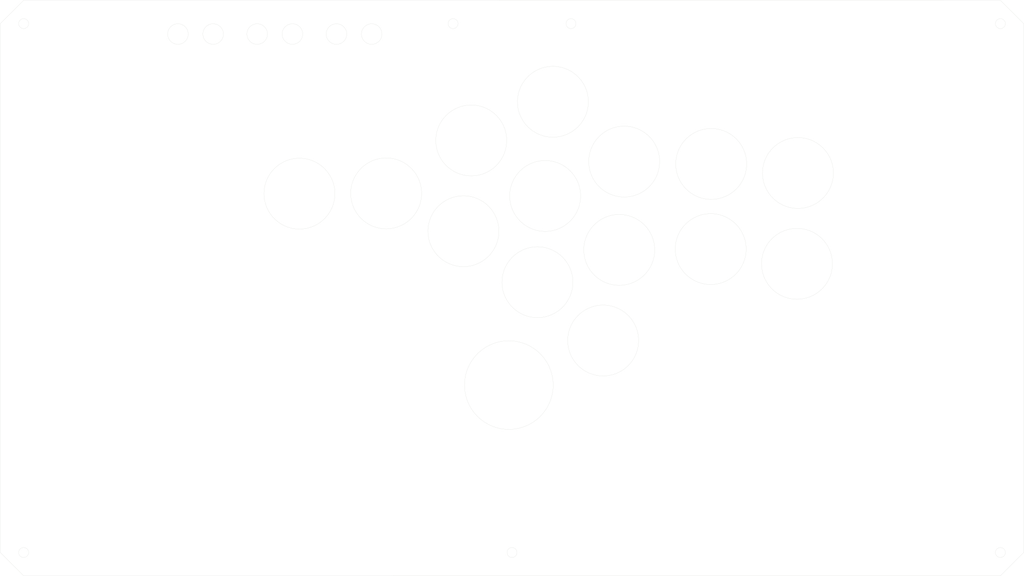
<source format=kicad_pcb>
(kicad_pcb
	(version 20240108)
	(generator "pcbnew")
	(generator_version "8.0")
	(general
		(thickness 1.6)
		(legacy_teardrops no)
	)
	(paper "A3")
	(layers
		(0 "F.Cu" signal)
		(31 "B.Cu" signal)
		(32 "B.Adhes" user "B.Adhesive")
		(33 "F.Adhes" user "F.Adhesive")
		(34 "B.Paste" user)
		(35 "F.Paste" user)
		(36 "B.SilkS" user "B.Silkscreen")
		(37 "F.SilkS" user "F.Silkscreen")
		(38 "B.Mask" user)
		(39 "F.Mask" user)
		(40 "Dwgs.User" user "User.Drawings")
		(41 "Cmts.User" user "User.Comments")
		(42 "Eco1.User" user "User.Eco1")
		(43 "Eco2.User" user "User.Eco2")
		(44 "Edge.Cuts" user)
		(45 "Margin" user)
		(46 "B.CrtYd" user "B.Courtyard")
		(47 "F.CrtYd" user "F.Courtyard")
		(48 "B.Fab" user)
		(49 "F.Fab" user)
		(50 "User.1" user)
		(51 "User.2" user)
		(52 "User.3" user)
		(53 "User.4" user)
		(54 "User.5" user)
		(55 "User.6" user)
		(56 "User.7" user)
		(57 "User.8" user)
		(58 "User.9" user)
	)
	(setup
		(pad_to_mask_clearance 0)
		(allow_soldermask_bridges_in_footprints no)
		(pcbplotparams
			(layerselection 0x00010fc_ffffffff)
			(plot_on_all_layers_selection 0x0000000_00000000)
			(disableapertmacros no)
			(usegerberextensions no)
			(usegerberattributes yes)
			(usegerberadvancedattributes yes)
			(creategerberjobfile yes)
			(dashed_line_dash_ratio 12.000000)
			(dashed_line_gap_ratio 3.000000)
			(svgprecision 4)
			(plotframeref no)
			(viasonmask no)
			(mode 1)
			(useauxorigin no)
			(hpglpennumber 1)
			(hpglpenspeed 20)
			(hpglpendiameter 15.000000)
			(pdf_front_fp_property_popups yes)
			(pdf_back_fp_property_popups yes)
			(dxfpolygonmode yes)
			(dxfimperialunits yes)
			(dxfusepcbnewfont yes)
			(psnegative no)
			(psa4output no)
			(plotreference yes)
			(plotvalue yes)
			(plotfptext yes)
			(plotinvisibletext no)
			(sketchpadsonfab no)
			(subtractmaskfromsilk no)
			(outputformat 1)
			(mirror no)
			(drillshape 1)
			(scaleselection 1)
			(outputdirectory "")
		)
	)
	(net 0 "")
	(gr_circle
		(center 135.696567 102.467784)
		(end 147.771567 102.467784)
		(stroke
			(width 0.2)
			(type default)
		)
		(fill none)
		(layer "Dwgs.User")
		(uuid "01f955bb-7e28-419e-9d99-9c9195667065")
	)
	(gr_line
		(start 374.449933 232.753868)
		(end 41.749428 232.749792)
		(stroke
			(width 0.2)
			(type default)
		)
		(layer "Dwgs.User")
		(uuid "08588fa8-84ae-4dae-9146-f99cd4fcb071")
	)
	(gr_circle
		(center 194.21857 84.332999)
		(end 206.29357 84.332999)
		(stroke
			(width 0.2)
			(type default)
		)
		(fill none)
		(layer "Dwgs.User")
		(uuid "0a638189-f81e-4926-b6e9-58495d47ba66")
	)
	(gr_circle
		(center 305.16494 126.386635)
		(end 317.23994 126.386635)
		(stroke
			(width 0.2)
			(type default)
		)
		(fill none)
		(layer "Dwgs.User")
		(uuid "0b30058a-986a-4206-bb2b-e663da17b162")
	)
	(gr_circle
		(center 216.766087 132.657283)
		(end 228.841087 132.657283)
		(stroke
			(width 0.2)
			(type default)
		)
		(fill none)
		(layer "Dwgs.User")
		(uuid "0cdcee3b-6c7e-496f-ac28-cbb6d78b75e3")
	)
	(gr_circle
		(center 275.777939 121.365808)
		(end 287.852939 121.365808)
		(stroke
			(width 0.2)
			(type default)
		)
		(fill none)
		(layer "Dwgs.User")
		(uuid "12c0c65f-eb2b-4e26-bd16-62dddcee0ba7")
	)
	(gr_circle
		(center 305.494179 95.432267)
		(end 317.569179 95.432267)
		(stroke
			(width 0.2)
			(type default)
		)
		(fill none)
		(layer "Dwgs.User")
		(uuid "19e2fa59-f8ee-4a9f-9f0c-561bb7ed83bd")
	)
	(gr_circle
		(center 106.305927 48.052201)
		(end 109.805927 48.052201)
		(stroke
			(width 0.2)
			(type default)
		)
		(fill none)
		(layer "Dwgs.User")
		(uuid "22bcf819-6660-4977-b97b-6824a2f613e8")
	)
	(gr_circle
		(center 305.16494 126.386635)
		(end 317.23994 126.386635)
		(stroke
			(width 0.2)
			(type default)
		)
		(fill none)
		(layer "Dwgs.User")
		(uuid "2a627473-57c1-4aee-96d7-e67f0b9a142e")
	)
	(gr_circle
		(center 239.145444 152.538953)
		(end 251.220444 152.538953)
		(stroke
			(width 0.2)
			(type default)
		)
		(fill none)
		(layer "Dwgs.User")
		(uuid "2cf0f7ba-6f12-4ebc-8d3e-86b93fb81405")
	)
	(gr_line
		(start 41.75606 36.550036)
		(end 374.456565 36.561193)
		(stroke
			(width 0.2)
			(type default)
		)
		(layer "Dwgs.User")
		(uuid "2dac9874-9529-4834-94f5-d1dc573c46a6")
	)
	(gr_circle
		(center 165.236624 102.379018)
		(end 177.311624 102.379018)
		(stroke
			(width 0.2)
			(type default)
		)
		(fill none)
		(layer "Dwgs.User")
		(uuid "2e41efe7-3b86-44f8-b220-9640c08a246d")
	)
	(gr_circle
		(center 165.236624 102.379018)
		(end 177.311624 102.379018)
		(stroke
			(width 0.2)
			(type default)
		)
		(fill none)
		(layer "Dwgs.User")
		(uuid "2fa6bf47-a5d1-4374-800e-7f5c216b83f6")
	)
	(gr_circle
		(center 207.023932 167.727963)
		(end 222.123932 167.727963)
		(stroke
			(width 0.2)
			(type default)
		)
		(fill none)
		(layer "Dwgs.User")
		(uuid "30e93c2b-5325-4204-ac58-78a2aa8be9fd")
	)
	(gr_circle
		(center 135.696567 102.467784)
		(end 147.771567 102.467784)
		(stroke
			(width 0.2)
			(type default)
		)
		(fill none)
		(layer "Dwgs.User")
		(uuid "385ea41a-f6b2-4261-a311-bf0c843b2292")
	)
	(gr_circle
		(center 222.031153 71.143526)
		(end 234.106153 71.143526)
		(stroke
			(width 0.2)
			(type default)
		)
		(fill none)
		(layer "Dwgs.User")
		(uuid "3b9335ce-ee6c-4ac9-b729-d223a66bee4c")
	)
	(gr_circle
		(center 41.75606 44.499517)
		(end 43.45606 44.499517)
		(stroke
			(width 0.2)
			(type default)
		)
		(fill none)
		(layer "Dwgs.User")
		(uuid "3cf22370-f5ce-4611-8076-75663e1807a5")
	)
	(gr_circle
		(center 374.449933 224.804165)
		(end 376.149933 224.804165)
		(stroke
			(width 0.2)
			(type default)
		)
		(fill none)
		(layer "Dwgs.User")
		(uuid "3ffa8572-a42f-446d-8ac5-689ec508fe44")
	)
	(gr_circle
		(center 228.18706 44.505769)
		(end 229.88706 44.505769)
		(stroke
			(width 0.2)
			(type default)
		)
		(fill none)
		(layer "Dwgs.User")
		(uuid "40448de7-1738-4bfd-886e-6da22cf11cdc")
	)
	(gr_circle
		(center 160.305927 48.054011)
		(end 163.805927 48.054011)
		(stroke
			(width 0.2)
			(type default)
		)
		(fill none)
		(layer "Dwgs.User")
		(uuid "41f47fa5-605a-4b7d-bfc7-a812eab39c09")
	)
	(gr_circle
		(center 208.099681 224.802083)
		(end 209.799681 224.802083)
		(stroke
			(width 0.2)
			(type default)
		)
		(fill none)
		(layer "Dwgs.User")
		(uuid "43bb68fd-203c-464d-ad32-58a2174bf57b")
	)
	(gr_circle
		(center 160.305927 48.054011)
		(end 163.805927 48.054011)
		(stroke
			(width 0.2)
			(type default)
		)
		(fill none)
		(layer "Dwgs.User")
		(uuid "50da33a0-1da0-4883-a02c-481636bc4d2a")
	)
	(gr_circle
		(center 194.21857 84.332999)
		(end 206.29357 84.332999)
		(stroke
			(width 0.2)
			(type default)
		)
		(fill none)
		(layer "Dwgs.User")
		(uuid "5442ebe0-ddff-4349-a23f-46d1c160213e")
	)
	(gr_circle
		(center 41.749428 224.8)
		(end 43.449428 224.8)
		(stroke
			(width 0.2)
			(type default)
		)
		(fill none)
		(layer "Dwgs.User")
		(uuid "68447c19-7758-4d29-93a1-ca9e9ce43e1b")
	)
	(gr_circle
		(center 244.627341 121.640984)
		(end 256.702341 121.640984)
		(stroke
			(width 0.2)
			(type default)
		)
		(fill none)
		(layer "Dwgs.User")
		(uuid "6ce0bf2f-dad2-4955-8545-c28fdc0ba01e")
	)
	(gr_circle
		(center 191.548707 115.275376)
		(end 203.623707 115.275376)
		(stroke
			(width 0.2)
			(type default)
		)
		(fill none)
		(layer "Dwgs.User")
		(uuid "70593c23-c11d-438a-99a5-9cadb4e1f72b")
	)
	(gr_circle
		(center 275.777939 121.365808)
		(end 287.852939 121.365808)
		(stroke
			(width 0.2)
			(type default)
		)
		(fill none)
		(layer "Dwgs.User")
		(uuid "72dd6a60-b54b-4c65-9298-4dccc01c5830")
	)
	(gr_circle
		(center 41.75606 44.499517)
		(end 43.45606 44.499517)
		(stroke
			(width 0.2)
			(type default)
		)
		(fill none)
		(layer "Dwgs.User")
		(uuid "7432e9a9-6ad4-4752-ba8b-8c16c59cf647")
	)
	(gr_circle
		(center 239.145444 152.538953)
		(end 251.220444 152.538953)
		(stroke
			(width 0.2)
			(type default)
		)
		(fill none)
		(layer "Dwgs.User")
		(uuid "787aec46-f93c-4c4f-a4fa-d8c224727fd8")
	)
	(gr_line
		(start 374.449933 232.753868)
		(end 41.749428 232.749792)
		(stroke
			(width 0.2)
			(type default)
		)
		(layer "Dwgs.User")
		(uuid "78f5a225-da3a-4017-b95e-4cb0610ea466")
	)
	(gr_line
		(start 41.75606 36.550036)
		(end 374.456565 36.561193)
		(stroke
			(width 0.2)
			(type default)
		)
		(layer "Dwgs.User")
		(uuid "7d1e977c-b231-4c4a-af20-aa6a13bc0aa3")
	)
	(gr_circle
		(center 106.305927 48.052201)
		(end 109.805927 48.052201)
		(stroke
			(width 0.2)
			(type default)
		)
		(fill none)
		(layer "Dwgs.User")
		(uuid "7eef5cdf-2e28-414b-ab63-95be2e721c36")
	)
	(gr_circle
		(center 191.548707 115.275376)
		(end 203.623707 115.275376)
		(stroke
			(width 0.2)
			(type default)
		)
		(fill none)
		(layer "Dwgs.User")
		(uuid "85111f63-199c-4382-a8ed-7f7cd39841fc")
	)
	(gr_line
		(start 374.456565 36.561193)
		(end 382.406046 44.511207)
		(stroke
			(width 0.2)
			(type default)
		)
		(layer "Dwgs.User")
		(uuid "89d926bf-8b2c-40a8-a81b-c01a606a4912")
	)
	(gr_circle
		(center 219.387607 103.258963)
		(end 231.462607 103.258963)
		(stroke
			(width 0.2)
			(type default)
		)
		(fill none)
		(layer "Dwgs.User")
		(uuid "8a7d21cf-19e8-4893-9b6f-9905df50bf60")
	)
	(gr_circle
		(center 275.947682 92.344809)
		(end 288.022682 92.344809)
		(stroke
			(width 0.2)
			(type default)
		)
		(fill none)
		(layer "Dwgs.User")
		(uuid "8e75dc3d-516b-4901-a214-d3ed6c2be4bb")
	)
	(gr_circle
		(center 133.305927 48.053106)
		(end 136.805927 48.053106)
		(stroke
			(width 0.2)
			(type default)
		)
		(fill none)
		(layer "Dwgs.User")
		(uuid "8febec39-c602-4557-ad77-0d9eb7d534ba")
	)
	(gr_circle
		(center 133.305927 48.053106)
		(end 136.805927 48.053106)
		(stroke
			(width 0.2)
			(type default)
		)
		(fill none)
		(layer "Dwgs.User")
		(uuid "951f206b-dc6d-4d42-b69b-34a5c5931355")
	)
	(gr_line
		(start 33.8 224.8)
		(end 33.806046 44.499517)
		(stroke
			(width 0.2)
			(type default)
		)
		(layer "Dwgs.User")
		(uuid "982f94e1-568a-4973-a6e0-a10550efebbc")
	)
	(gr_circle
		(center 148.305927 48.053609)
		(end 151.805927 48.053609)
		(stroke
			(width 0.2)
			(type default)
		)
		(fill none)
		(layer "Dwgs.User")
		(uuid "a2a80594-3699-486e-9c37-341a10d6ca4b")
	)
	(gr_circle
		(center 305.494179 95.432267)
		(end 317.569179 95.432267)
		(stroke
			(width 0.2)
			(type default)
		)
		(fill none)
		(layer "Dwgs.User")
		(uuid "a60e56da-6696-46ab-a97b-034259a462e7")
	)
	(gr_circle
		(center 207.023932 167.727963)
		(end 222.123932 167.727963)
		(stroke
			(width 0.2)
			(type default)
		)
		(fill none)
		(layer "Dwgs.User")
		(uuid "a6d62551-434c-4479-ae46-512bcf1147fd")
	)
	(gr_line
		(start 33.8 224.8)
		(end 33.806046 44.499517)
		(stroke
			(width 0.2)
			(type default)
		)
		(layer "Dwgs.User")
		(uuid "a75699a2-39b4-4677-b290-d86aba660f8c")
	)
	(gr_circle
		(center 222.031153 71.143526)
		(end 234.106153 71.143526)
		(stroke
			(width 0.2)
			(type default)
		)
		(fill none)
		(layer "Dwgs.User")
		(uuid "a7586ce7-fc5e-4fad-a642-9c23741caea5")
	)
	(gr_line
		(start 33.806046 44.499517)
		(end 41.75606 36.550036)
		(stroke
			(width 0.2)
			(type default)
		)
		(layer "Dwgs.User")
		(uuid "a7cd5203-b3fb-4a07-839a-2445d45fd3eb")
	)
	(gr_circle
		(center 374.449933 224.804165)
		(end 376.149933 224.804165)
		(stroke
			(width 0.2)
			(type default)
		)
		(fill none)
		(layer "Dwgs.User")
		(uuid "a95214d8-e47f-42d8-8bd8-eda0b651ad9d")
	)
	(gr_line
		(start 382.406046 44.511207)
		(end 382.4 224.804165)
		(stroke
			(width 0.2)
			(type default)
		)
		(layer "Dwgs.User")
		(uuid "ac878065-cf41-4f4f-bb91-68d381b9599f")
	)
	(gr_circle
		(center 41.749428 224.8)
		(end 43.449428 224.8)
		(stroke
			(width 0.2)
			(type default)
		)
		(fill none)
		(layer "Dwgs.User")
		(uuid "ad16d580-6eb0-4d19-9144-bd32ec26533e")
	)
	(gr_line
		(start 382.4 224.804165)
		(end 374.449933 232.753868)
		(stroke
			(width 0.2)
			(type default)
		)
		(layer "Dwgs.User")
		(uuid "aea05c0b-b64b-44ec-b50f-4b5d138a13de")
	)
	(gr_line
		(start 382.406046 44.511207)
		(end 382.4 224.804165)
		(stroke
			(width 0.2)
			(type default)
		)
		(layer "Dwgs.User")
		(uuid "b4ede3ed-4b18-417e-90f6-b3ff2d5692bf")
	)
	(gr_circle
		(center 216.766087 132.657283)
		(end 228.841087 132.657283)
		(stroke
			(width 0.2)
			(type default)
		)
		(fill none)
		(layer "Dwgs.User")
		(uuid "c074fb33-dbfe-4ee9-91ab-219369c65919")
	)
	(gr_circle
		(center 94.305927 48.051798)
		(end 97.805927 48.051798)
		(stroke
			(width 0.2)
			(type default)
		)
		(fill none)
		(layer "Dwgs.User")
		(uuid "c405c032-53f6-47e2-8b16-d75d93d52e7e")
	)
	(gr_circle
		(center 374.456565 44.511207)
		(end 376.156565 44.511207)
		(stroke
			(width 0.2)
			(type default)
		)
		(fill none)
		(layer "Dwgs.User")
		(uuid "c42be7f5-52e6-4bd1-b4b1-463b4c15bed1")
	)
	(gr_line
		(start 41.749428 232.749792)
		(end 33.8 224.8)
		(stroke
			(width 0.2)
			(type default)
		)
		(layer "Dwgs.User")
		(uuid "c513b112-6e4d-4522-94f2-4a5da7706c01")
	)
	(gr_line
		(start 33.806046 44.499517)
		(end 41.75606 36.550036)
		(stroke
			(width 0.2)
			(type default)
		)
		(layer "Dwgs.User")
		(uuid "c63ce77c-850a-47bb-97c7-5884b90ebe8d")
	)
	(gr_circle
		(center 219.387607 103.258963)
		(end 231.462607 103.258963)
		(stroke
			(width 0.2)
			(type default)
		)
		(fill none)
		(layer "Dwgs.User")
		(uuid "c7b001c3-137d-452e-8a74-53e17ec2bb06")
	)
	(gr_circle
		(center 121.305927 48.052166)
		(end 124.805927 48.052166)
		(stroke
			(width 0.2)
			(type default)
		)
		(fill none)
		(layer "Dwgs.User")
		(uuid "ca512a4f-1bad-4a48-b0d4-d879c704d364")
	)
	(gr_circle
		(center 244.627341 121.640984)
		(end 256.702341 121.640984)
		(stroke
			(width 0.2)
			(type default)
		)
		(fill none)
		(layer "Dwgs.User")
		(uuid "ca9b0697-c772-4e2e-942b-aee2bf236fd9")
	)
	(gr_circle
		(center 208.099681 224.802083)
		(end 209.799681 224.802083)
		(stroke
			(width 0.2)
			(type default)
		)
		(fill none)
		(layer "Dwgs.User")
		(uuid "d5d7c910-b5df-47b3-8205-42882bdc15f7")
	)
	(gr_line
		(start 374.456565 36.561193)
		(end 382.406046 44.511207)
		(stroke
			(width 0.2)
			(type default)
		)
		(layer "Dwgs.User")
		(uuid "dc087caf-ef27-4ab3-84dc-2528af49f6e1")
	)
	(gr_circle
		(center 188.02506 44.504422)
		(end 189.72506 44.504422)
		(stroke
			(width 0.2)
			(type default)
		)
		(fill none)
		(layer "Dwgs.User")
		(uuid "e0f30c0b-4388-4e81-bf14-a0d60c731500")
	)
	(gr_circle
		(center 374.456565 44.511207)
		(end 376.156565 44.511207)
		(stroke
			(width 0.2)
			(type default)
		)
		(fill none)
		(layer "Dwgs.User")
		(uuid "e1007db1-9b34-410b-8e1e-3d6a7c81ea35")
	)
	(gr_circle
		(center 148.305927 48.053609)
		(end 151.805927 48.053609)
		(stroke
			(width 0.2)
			(type default)
		)
		(fill none)
		(layer "Dwgs.User")
		(uuid "e388ff75-9214-4871-9e46-dec67192e0e9")
	)
	(gr_circle
		(center 275.947682 92.344809)
		(end 288.022682 92.344809)
		(stroke
			(width 0.2)
			(type default)
		)
		(fill none)
		(layer "Dwgs.User")
		(uuid "ea49f237-e210-46ec-847f-69da1a9bdb86")
	)
	(gr_circle
		(center 121.305927 48.052166)
		(end 124.805927 48.052166)
		(stroke
			(width 0.2)
			(type default)
		)
		(fill none)
		(layer "Dwgs.User")
		(uuid "efc831ff-da9e-47b9-912b-0ad34f912e75")
	)
	(gr_circle
		(center 246.305526 91.537081)
		(end 258.380526 91.537081)
		(stroke
			(width 0.2)
			(type default)
		)
		(fill none)
		(layer "Dwgs.User")
		(uuid "f1b3d898-87ba-45ed-952f-4057b6e3b39e")
	)
	(gr_circle
		(center 94.305927 48.051798)
		(end 97.805927 48.051798)
		(stroke
			(width 0.2)
			(type default)
		)
		(fill none)
		(layer "Dwgs.User")
		(uuid "f2b84cbf-b6c3-4324-9235-2b50a617b3ca")
	)
	(gr_circle
		(center 246.305526 91.537081)
		(end 258.380526 91.537081)
		(stroke
			(width 0.2)
			(type default)
		)
		(fill none)
		(layer "Dwgs.User")
		(uuid "f3070c99-9814-4305-a12a-bf813b51c6d8")
	)
	(gr_line
		(start 41.749428 232.749792)
		(end 33.8 224.8)
		(stroke
			(width 0.2)
			(type default)
		)
		(layer "Dwgs.User")
		(uuid "f8b73bbd-cd70-4da9-9da8-7adbb93b19de")
	)
	(gr_line
		(start 382.4 224.804165)
		(end 374.449933 232.753868)
		(stroke
			(width 0.2)
			(type default)
		)
		(layer "Dwgs.User")
		(uuid "fa52b628-74f5-4500-913e-95d7653c1a2f")
	)
	(gr_line
		(start 41.749428 232.749792)
		(end 33.8 224.8)
		(stroke
			(width 0.05)
			(type default)
		)
		(layer "Edge.Cuts")
		(uuid "01484fc8-a0a6-4830-a4f6-7efe003d2f15")
	)
	(gr_circle
		(center 106.305927 48.052201)
		(end 109.805927 48.052201)
		(stroke
			(width 0.05)
			(type default)
		)
		(fill none)
		(layer "Edge.Cuts")
		(uuid "08aedb98-2154-4976-a5f3-d6de70179742")
	)
	(gr_circle
		(center 160.305927 48.054011)
		(end 163.805927 48.054011)
		(stroke
			(width 0.05)
			(type default)
		)
		(fill none)
		(layer "Edge.Cuts")
		(uuid "0de37f94-459a-4eb4-97bd-c96d9602268c")
	)
	(gr_line
		(start 374.449933 232.753868)
		(end 41.749428 232.749792)
		(stroke
			(width 0.05)
			(type default)
		)
		(layer "Edge.Cuts")
		(uuid "26d0062c-5b9b-4b44-bdae-95c5808d7129")
	)
	(gr_circle
		(center 94.305927 48.051798)
		(end 97.805927 48.051798)
		(stroke
			(width 0.05)
			(type default)
		)
		(fill none)
		(layer "Edge.Cuts")
		(uuid "28292e3c-1d1b-4ad2-9227-557f27f926b0")
	)
	(gr_circle
		(center 191.548707 115.275376)
		(end 203.623707 115.275376)
		(stroke
			(width 0.05)
			(type default)
		)
		(fill none)
		(layer "Edge.Cuts")
		(uuid "292dc9df-7609-48f6-b061-84d1b9f611e5")
	)
	(gr_circle
		(center 208.099681 224.802083)
		(end 209.799681 224.802083)
		(stroke
			(width 0.05)
			(type default)
		)
		(fill none)
		(layer "Edge.Cuts")
		(uuid "2f6f6b98-56ec-456a-85b4-4983e6b1c02f")
	)
	(gr_circle
		(center 194.21857 84.332999)
		(end 206.29357 84.332999)
		(stroke
			(width 0.05)
			(type default)
		)
		(fill none)
		(layer "Edge.Cuts")
		(uuid "3647c400-94be-4cb3-aa8a-85b52a0d5728")
	)
	(gr_circle
		(center 188.02506 44.504422)
		(end 188.02506 46.204422)
		(stroke
			(width 0.05)
			(type default)
		)
		(fill none)
		(layer "Edge.Cuts")
		(uuid "3791c76f-f421-40f7-aafb-88e3a4dd2008")
	)
	(gr_circle
		(center 121.305927 48.052166)
		(end 124.805927 48.052166)
		(stroke
			(width 0.05)
			(type default)
		)
		(fill none)
		(layer "Edge.Cuts")
		(uuid "3bdc9fb1-2da5-44ff-834d-469e22457dee")
	)
	(gr_circle
		(center 41.749428 224.8)
		(end 43.449428 224.8)
		(stroke
			(width 0.05)
			(type default)
		)
		(fill none)
		(layer "Edge.Cuts")
		(uuid "48399e93-8b37-4df4-8fd0-6a8642abaf83")
	)
	(gr_line
		(start 41.75606 36.550036)
		(end 374.456565 36.561193)
		(stroke
			(width 0.05)
			(type default)
		)
		(layer "Edge.Cuts")
		(uuid "4a1fdee4-47b4-45e4-a307-7c8f05f206cb")
	)
	(gr_circle
		(center 222.031153 71.143526)
		(end 234.106153 71.143526)
		(stroke
			(width 0.05)
			(type default)
		)
		(fill none)
		(layer "Edge.Cuts")
		(uuid "4f2be0d8-6191-4db1-b332-07829a944e55")
	)
	(gr_circle
		(center 374.449933 224.804165)
		(end 376.149933 224.804165)
		(stroke
			(width 0.05)
			(type default)
		)
		(fill none)
		(layer "Edge.Cuts")
		(uuid "5fdf9675-2cad-44b5-a63e-c387d6e74085")
	)
	(gr_circle
		(center 275.947682 92.344809)
		(end 288.022682 92.344809)
		(stroke
			(width 0.05)
			(type default)
		)
		(fill none)
		(layer "Edge.Cuts")
		(uuid "611d0cfb-c15f-4698-90cb-e2fb91513fc9")
	)
	(gr_circle
		(center 244.627341 121.640984)
		(end 256.702341 121.640984)
		(stroke
			(width 0.05)
			(type default)
		)
		(fill none)
		(layer "Edge.Cuts")
		(uuid "65558794-bf14-4f8c-8f19-74c6e2cce4cc")
	)
	(gr_circle
		(center 207.023932 167.727963)
		(end 222.123932 167.727963)
		(stroke
			(width 0.05)
			(type default)
		)
		(fill none)
		(layer "Edge.Cuts")
		(uuid "6f1b2d0c-0970-4dd1-aad9-b3d4b4df3d4c")
	)
	(gr_circle
		(center 305.16494 126.386635)
		(end 317.23994 126.386635)
		(stroke
			(width 0.05)
			(type default)
		)
		(fill none)
		(layer "Edge.Cuts")
		(uuid "6f81e15a-d35e-4beb-87b1-2fab39dcc703")
	)
	(gr_line
		(start 374.456565 36.561193)
		(end 382.406046 44.511207)
		(stroke
			(width 0.05)
			(type default)
		)
		(layer "Edge.Cuts")
		(uuid "759e2949-4272-4cb6-a3c6-7f67d8a782a6")
	)
	(gr_circle
		(center 148.305927 48.053609)
		(end 151.805927 48.053609)
		(stroke
			(width 0.05)
			(type default)
		)
		(fill none)
		(layer "Edge.Cuts")
		(uuid "75c7a7a5-53a2-48d0-a02e-25fdf1494599")
	)
	(gr_line
		(start 33.806046 44.499517)
		(end 41.75606 36.550036)
		(stroke
			(width 0.05)
			(type default)
		)
		(layer "Edge.Cuts")
		(uuid "85e03a72-aee1-44eb-9f64-2cf1705dd729")
	)
	(gr_circle
		(center 41.75606 44.499517)
		(end 43.45606 44.499517)
		(stroke
			(width 0.05)
			(type default)
		)
		(fill none)
		(layer "Edge.Cuts")
		(uuid "a080351b-a2c0-4818-9697-287708c0ec28")
	)
	(gr_circle
		(center 246.305526 91.537081)
		(end 258.380526 91.537081)
		(stroke
			(width 0.05)
			(type default)
		)
		(fill none)
		(layer "Edge.Cuts")
		(uuid "a22bef0b-f7b4-44b7-aa45-a922557e25e9")
	)
	(gr_line
		(start 382.4 224.804165)
		(end 374.449933 232.753868)
		(stroke
			(width 0.05)
			(type default)
		)
		(layer "Edge.Cuts")
		(uuid "a55995cb-f90a-4cb1-bef1-674baa2fc167")
	)
	(gr_circle
		(center 135.696567 102.467784)
		(end 147.771567 102.467784)
		(stroke
			(width 0.05)
			(type default)
		)
		(fill none)
		(layer "Edge.Cuts")
		(uuid "afd75375-eee2-4dfc-8d74-5e808c37e131")
	)
	(gr_circle
		(center 228.18706 44.505769)
		(end 228.18706 46.205769)
		(stroke
			(width 0.05)
			(type default)
		)
		(fill none)
		(layer "Edge.Cuts")
		(uuid "afe1e53c-3ee7-451e-b85a-04001a8ec304")
	)
	(gr_circle
		(center 219.387607 103.258963)
		(end 231.462607 103.258963)
		(stroke
			(width 0.05)
			(type default)
		)
		(fill none)
		(layer "Edge.Cuts")
		(uuid "bba1bbb5-74f9-4ca3-8e28-800f837ad2cf")
	)
	(gr_circle
		(center 305.494179 95.432267)
		(end 317.569179 95.432267)
		(stroke
			(width 0.05)
			(type default)
		)
		(fill none)
		(layer "Edge.Cuts")
		(uuid "c43e6be4-f90a-4440-a43f-ea94eb41292b")
	)
	(gr_line
		(start 33.8 224.8)
		(end 33.806046 44.499517)
		(stroke
			(width 0.05)
			(type default)
		)
		(layer "Edge.Cuts")
		(uuid "c657c947-e02c-4526-9fff-492a93155019")
	)
	(gr_circle
		(center 275.777939 121.365808)
		(end 287.852939 121.365808)
		(stroke
			(width 0.05)
			(type default)
		)
		(fill none)
		(layer "Edge.Cuts")
		(uuid "ccb30172-bed6-4525-9284-e6cfd81cbf78")
	)
	(gr_circle
		(center 165.236624 102.379018)
		(end 177.311624 102.379018)
		(stroke
			(width 0.05)
			(type default)
		)
		(fill none)
		(layer "Edge.Cuts")
		(uuid "df412022-b1e9-47e1-a9fa-d6b056c635f3")
	)
	(gr_circle
		(center 216.766087 132.657283)
		(end 228.841087 132.657283)
		(stroke
			(width 0.05)
			(type default)
		)
		(fill none)
		(layer "Edge.Cuts")
		(uuid "e811b23b-2f4b-4b55-a521-3ca5b578b8b9")
	)
	(gr_line
		(start 382.406046 44.511207)
		(end 382.4 224.804165)
		(stroke
			(width 0.05)
			(type default)
		)
		(layer "Edge.Cuts")
		(uuid "eaf3b1f2-8b19-42ee-be18-7f0fb31f21e5")
	)
	(gr_circle
		(center 133.305927 48.053106)
		(end 136.805927 48.053106)
		(stroke
			(width 0.05)
			(type default)
		)
		(fill none)
		(layer "Edge.Cuts")
		(uuid "ed2af9b5-ae44-4a36-bc59-9aad52646c1f")
	)
	(gr_circle
		(center 239.145444 152.538953)
		(end 251.220444 152.538953)
		(stroke
			(width 0.05)
			(type default)
		)
		(fill none)
		(layer "Edge.Cuts")
		(uuid "eddd7dbd-369a-4f63-a56e-f47a5c1c2311")
	)
	(gr_circle
		(center 374.456565 44.511207)
		(end 376.156565 44.511207)
		(stroke
			(width 0.05)
			(type default)
		)
		(fill none)
		(layer "Edge.Cuts")
		(uuid "f3823b5a-6b45-4322-8516-b9f57595a674")
	)
	(group ""
		(uuid "a5790247-90c2-47cf-8df8-31a5f0b52434")
		(members "0b30058a-986a-4206-bb2b-e663da17b162" "0cdcee3b-6c7e-496f-ac28-cbb6d78b75e3"
			"12c0c65f-eb2b-4e26-bd16-62dddcee0ba7" "2cf0f7ba-6f12-4ebc-8d3e-86b93fb81405"
			"2fa6bf47-a5d1-4374-800e-7f5c216b83f6" "30e93c2b-5325-4204-ac58-78a2aa8be9fd"
			"385ea41a-f6b2-4261-a311-bf0c843b2292" "3cf22370-f5ce-4611-8076-75663e1807a5"
			"3ffa8572-a42f-446d-8ac5-689ec508fe44" "40448de7-1738-4bfd-886e-6da22cf11cdc"
			"41f47fa5-605a-4b7d-bfc7-a812eab39c09" "43bb68fd-203c-464d-ad32-58a2174bf57b"
			"5442ebe0-ddff-4349-a23f-46d1c160213e" "68447c19-7758-4d29-93a1-ca9e9ce43e1b"
			"70593c23-c11d-438a-99a5-9cadb4e1f72b" "78f5a225-da3a-4017-b95e-4cb0610ea466"
			"7d1e977c-b231-4c4a-af20-aa6a13bc0aa3" "7eef5cdf-2e28-414b-ab63-95be2e721c36"
			"8a7d21cf-19e8-4893-9b6f-9905df50bf60" "951f206b-dc6d-4d42-b69b-34a5c5931355"
			"a2a80594-3699-486e-9c37-341a10d6ca4b" "a60e56da-6696-46ab-a97b-034259a462e7"
			"a75699a2-39b4-4677-b290-d86aba660f8c" "a7586ce7-fc5e-4fad-a642-9c23741caea5"
			"a7cd5203-b3fb-4a07-839a-2445d45fd3eb" "ac878065-cf41-4f4f-bb91-68d381b9599f"
			"aea05c0b-b64b-44ec-b50f-4b5d138a13de" "c42be7f5-52e6-4bd1-b4b1-463b4c15bed1"
			"c513b112-6e4d-4522-94f2-4a5da7706c01" "ca512a4f-1bad-4a48-b0d4-d879c704d364"
			"ca9b0697-c772-4e2e-942b-aee2bf236fd9" "dc087caf-ef27-4ab3-84dc-2528af49f6e1"
			"e0f30c0b-4388-4e81-bf14-a0d60c731500" "ea49f237-e210-46ec-847f-69da1a9bdb86"
			"f1b3d898-87ba-45ed-952f-4057b6e3b39e" "f2b84cbf-b6c3-4324-9235-2b50a617b3ca"
		)
	)
	(group ""
		(uuid "dcf4cc71-f531-4865-8303-d5e793cd8c29")
		(members "01f955bb-7e28-419e-9d99-9c9195667065" "08588fa8-84ae-4dae-9146-f99cd4fcb071"
			"0a638189-f81e-4926-b6e9-58495d47ba66" "19e2fa59-f8ee-4a9f-9f0c-561bb7ed83bd"
			"22bcf819-6660-4977-b97b-6824a2f613e8" "2a627473-57c1-4aee-96d7-e67f0b9a142e"
			"2dac9874-9529-4834-94f5-d1dc573c46a6" "2e41efe7-3b86-44f8-b220-9640c08a246d"
			"3b9335ce-ee6c-4ac9-b729-d223a66bee4c" "50da33a0-1da0-4883-a02c-481636bc4d2a"
			"6ce0bf2f-dad2-4955-8545-c28fdc0ba01e" "72dd6a60-b54b-4c65-9298-4dccc01c5830"
			"7432e9a9-6ad4-4752-ba8b-8c16c59cf647" "787aec46-f93c-4c4f-a4fa-d8c224727fd8"
			"85111f63-199c-4382-a8ed-7f7cd39841fc" "89d926bf-8b2c-40a8-a81b-c01a606a4912"
			"8e75dc3d-516b-4901-a214-d3ed6c2be4bb" "8febec39-c602-4557-ad77-0d9eb7d534ba"
			"982f94e1-568a-4973-a6e0-a10550efebbc" "a6d62551-434c-4479-ae46-512bcf1147fd"
			"a95214d8-e47f-42d8-8bd8-eda0b651ad9d" "ad16d580-6eb0-4d19-9144-bd32ec26533e"
			"b4ede3ed-4b18-417e-90f6-b3ff2d5692bf" "c074fb33-dbfe-4ee9-91ab-219369c65919"
			"c405c032-53f6-47e2-8b16-d75d93d52e7e" "c63ce77c-850a-47bb-97c7-5884b90ebe8d"
			"c7b001c3-137d-452e-8a74-53e17ec2bb06" "d5d7c910-b5df-47b3-8205-42882bdc15f7"
			"e1007db1-9b34-410b-8e1e-3d6a7c81ea35" "e388ff75-9214-4871-9e46-dec67192e0e9"
			"efc831ff-da9e-47b9-912b-0ad34f912e75" "f3070c99-9814-4305-a12a-bf813b51c6d8"
			"f8b73bbd-cd70-4da9-9da8-7adbb93b19de" "fa52b628-74f5-4500-913e-95d7653c1a2f"
		)
	)
)

</source>
